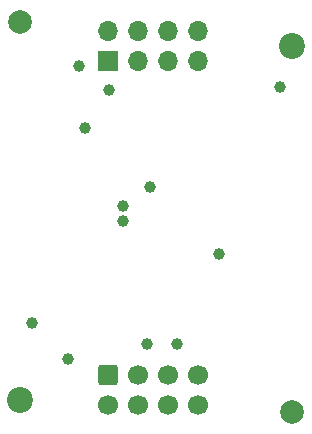
<source format=gbr>
%TF.GenerationSoftware,KiCad,Pcbnew,(7.0.0)*%
%TF.CreationDate,2023-03-14T22:16:56+02:00*%
%TF.ProjectId,cncd-esp01-board,636e6364-2d65-4737-9030-312d626f6172,rev?*%
%TF.SameCoordinates,Original*%
%TF.FileFunction,Soldermask,Bot*%
%TF.FilePolarity,Negative*%
%FSLAX46Y46*%
G04 Gerber Fmt 4.6, Leading zero omitted, Abs format (unit mm)*
G04 Created by KiCad (PCBNEW (7.0.0)) date 2023-03-14 22:16:56*
%MOMM*%
%LPD*%
G01*
G04 APERTURE LIST*
G04 Aperture macros list*
%AMRoundRect*
0 Rectangle with rounded corners*
0 $1 Rounding radius*
0 $2 $3 $4 $5 $6 $7 $8 $9 X,Y pos of 4 corners*
0 Add a 4 corners polygon primitive as box body*
4,1,4,$2,$3,$4,$5,$6,$7,$8,$9,$2,$3,0*
0 Add four circle primitives for the rounded corners*
1,1,$1+$1,$2,$3*
1,1,$1+$1,$4,$5*
1,1,$1+$1,$6,$7*
1,1,$1+$1,$8,$9*
0 Add four rect primitives between the rounded corners*
20,1,$1+$1,$2,$3,$4,$5,0*
20,1,$1+$1,$4,$5,$6,$7,0*
20,1,$1+$1,$6,$7,$8,$9,0*
20,1,$1+$1,$8,$9,$2,$3,0*%
G04 Aperture macros list end*
%ADD10C,2.200000*%
%ADD11C,2.000000*%
%ADD12RoundRect,0.250000X-0.600000X0.600000X-0.600000X-0.600000X0.600000X-0.600000X0.600000X0.600000X0*%
%ADD13C,1.700000*%
%ADD14R,1.700000X1.700000*%
%ADD15O,1.700000X1.700000*%
%ADD16C,1.000000*%
G04 APERTURE END LIST*
D10*
%TO.C,REF\u002A\u002A*%
X26000000Y-5000000D03*
%TD*%
%TO.C,REF\u002A\u002A*%
X3000000Y-35000000D03*
%TD*%
D11*
%TO.C,B1*%
X3000000Y-3000000D03*
%TD*%
%TO.C,B2*%
X26000000Y-36000000D03*
%TD*%
D12*
%TO.C,J2*%
X10414000Y-32893000D03*
D13*
X10414000Y-35433000D03*
X12954000Y-32893000D03*
X12954000Y-35433000D03*
X15494000Y-32893000D03*
X15494000Y-35433000D03*
X18034000Y-32893000D03*
X18034000Y-35433000D03*
%TD*%
D14*
%TO.C,J1*%
X10449999Y-6289999D03*
D15*
X10449999Y-3749999D03*
X12989999Y-6289999D03*
X12989999Y-3749999D03*
X15529999Y-6289999D03*
X15529999Y-3749999D03*
X18069999Y-6289999D03*
X18069999Y-3749999D03*
%TD*%
D16*
X13716000Y-30226000D03*
X16256000Y-30226000D03*
X14000000Y-17000000D03*
X4000000Y-28500000D03*
X8500000Y-12000000D03*
X7000000Y-31500000D03*
X11684000Y-19812000D03*
X10500000Y-8750000D03*
X8000000Y-6750000D03*
X19812000Y-22606000D03*
X25000000Y-8500000D03*
X11684000Y-18542000D03*
M02*

</source>
